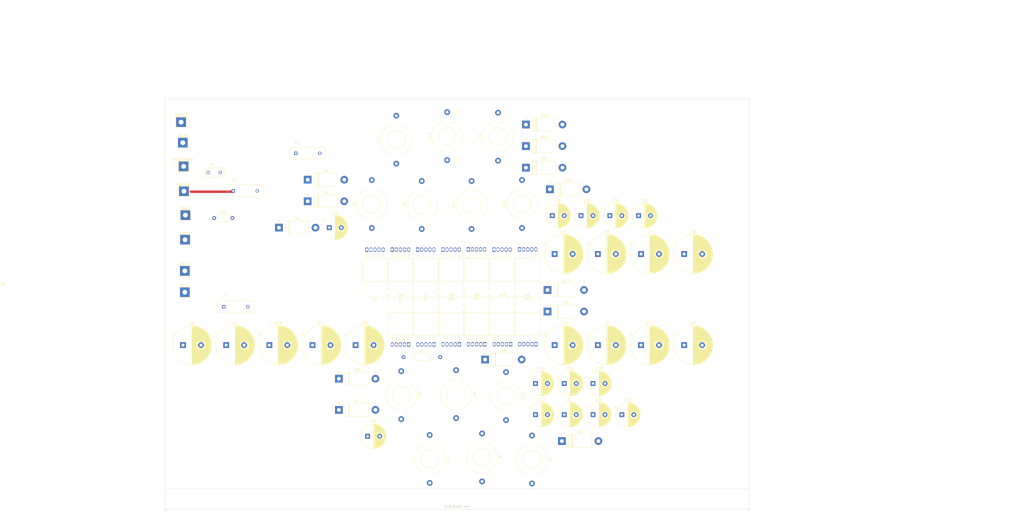
<source format=kicad_pcb>
(kicad_pcb (version 20221018) (generator pcbnew)
  (layers (0 "F.Cu" signal) (31 "B.Cu" jumper) (34 "B.Paste" user) (35 "F.Paste" user) (36 "B.SilkS" user "B.Silkscreen") (37 "F.SilkS" user "F.Silkscreen") (38 "B.Mask" user) (39 "F.Mask" user) (44 "Edge.Cuts" user))
  (net 0 "")
  (net 1 "Vin")
  (net 2 "ON{slash}OFF")
  (net 3 "V3.3")
  (net 4 "V5 STDBY")
  (net 5 "V5")
  (net 6 "V12")
  (net 7 "Net-(D1-K)")
  (net 8 "Net-(D2-K)")
  (net 9 "Net-(D3-K)")
  (net 10 "Net-(D4-K)")
  (net 11 "Net-(D5-K)")
  (net 12 "Net-(D6-K)")
  (net 13 "Net-(D7-K)")
  (net 14 "Net-(D8-K)")
  (net 15 "Net-(D9-K)")
  (net 16 "Net-(D10-K)")
  (net 17 "Net-(D11-K)")
  (net 18 "Net-(D12-K)")
  (net 19 "Net-(D13-K)")
  (net 20 "Net-(OUT3.3-Pin_1)")
  (net 21 "Net-(OUT5-Pin_1)")
  (net 22 "Net-(OUT12-Pin_1)")
  (net 23 "Net-(OUT5STDBY1-Pin_1)")
  (net 24 "Net-(SW+1-Pin_1)")
  (net 25 "GND")
  (footprint "TestPoint:TestPoint_THTPad_4.0x4.0mm_Drill2.0mm" (layer "F.Cu") (at 33.87 79.03)
    (fp_text reference "SW-1" (at 0 -2.898) (layer "F.SilkS"))
    (fp_text value "Conn_01x01")
    (pad "1" thru_hole rect (at 0 0) (size 4 4) (drill 2) (layers "*.Cu" "*.Mask") (net 2 "ON{slash}OFF"))
  )
  (footprint "Capacitor_THT:CP_Radial_D10.0mm_P5.00mm" (layer "F.Cu") (at 204 152)
    (fp_text reference "C22" (at 2.5 -6.25) (layer "F.SilkS"))
    (fp_text value "1000 uF")
    (pad "1" thru_hole rect (at 0 0) (size 2 2) (drill 1) (layers "*.Cu" "*.Mask") (net 3 "V3.3"))
    (pad "2" thru_hole circle (at 5 0) (size 2 2) (drill 1) (layers "*.Cu" "*.Mask") (net 25 "GND"))
  )
  (footprint "TestPoint:TestPoint_THTPad_4.0x4.0mm_Drill2.0mm" (layer "F.Cu") (at 32.19 30.02)
    (fp_text reference "OUT3.3" (at 0 -2.898) (layer "F.SilkS"))
    (fp_text value "Conn_01x01")
    (pad "1" thru_hole rect (at 0 0) (size 4 4) (drill 2) (layers "*.Cu" "*.Mask") (net 20 "Net-(OUT3.3-Pin_1)"))
  )
  (footprint "Package_TO_SOT_THT:TO-220-5_Horizontal_TabUp" (layer "F.Cu") (at 141.43 83.15)
    (fp_text reference "U13" (at 3.4 20.58) (layer "F.SilkS"))
    (fp_text value "LM2576T-12")
    (pad "" np_thru_hole oval (at 3.4 16.66) (size 3.5 3.5) (drill 3.5) (layers "*.Cu" "*.Mask"))
    (pad "1" thru_hole rect (at 0 0) (size 1.275 1.8) (drill 1.1) (layers "*.Cu" "*.Mask") (net 1 "Vin"))
    (pad "2" thru_hole oval (at 1.7 0) (size 1.275 1.8) (drill 1.1) (layers "*.Cu" "*.Mask") (net 19 "Net-(D13-K)"))
    (pad "3" thru_hole oval (at 3.4 0) (size 1.275 1.8) (drill 1.1) (layers "*.Cu" "*.Mask") (net 25 "GND"))
    (pad "4" thru_hole oval (at 5.1 0) (size 1.275 1.8) (drill 1.1) (layers "*.Cu" "*.Mask") (net 6 "V12"))
    (pad "5" thru_hole oval (at 6.8 0) (size 1.275 1.8) (drill 1.1) (layers "*.Cu" "*.Mask") (net 2 "ON{slash}OFF"))
  )
  (footprint "Inductor_THT:L_Toroid_Horizontal_D12.7mm_P20.00mm_Diameter14-5mm_Amidon-T50" (layer "F.Cu") (at 135.88 160.46 -90)
    (fp_text reference "L7" (at 10 -7.6 90) (layer "F.SilkS"))
    (fp_text value "100 uH")
    (pad "1" thru_hole circle (at 0 0 270) (size 2.4 2.4) (drill 1.2) (layers "*.Cu" "*.Mask") (net 13 "Net-(D7-K)"))
    (pad "2" thru_hole circle (at 20 0 270) (size 2.4 2.4) (drill 1.2) (layers "*.Cu" "*.Mask") (net 5 "V5"))
  )
  (footprint "Capacitor_THT:CP_Radial_D16.0mm_P7.50mm" (layer "F.Cu") (at 188 85)
    (fp_text reference "C21" (at 3.75 -9.25) (layer "F.SilkS"))
    (fp_text value "100 uF")
    (pad "1" thru_hole rect (at 0 0) (size 2.4 2.4) (drill 1.2) (layers "*.Cu" "*.Mask") (net 1 "Vin"))
    (pad "2" thru_hole circle (at 7.5 0) (size 2.4 2.4) (drill 1.2) (layers "*.Cu" "*.Mask") (net 25 "GND"))
  )
  (footprint "TestPoint:TestPoint_THTPad_4.0x4.0mm_Drill2.0mm" (layer "F.Cu") (at 32.91 38.57)
    (fp_text reference "OUT5" (at 0 -2.898) (layer "F.SilkS"))
    (fp_text value "Conn_01x01")
    (pad "1" thru_hole rect (at 0 0) (size 4 4) (drill 2) (layers "*.Cu" "*.Mask") (net 21 "Net-(OUT5-Pin_1)"))
  )
  (footprint "Diode_THT:D_DO-201AD_P15.24mm_Horizontal" (layer "F.Cu") (at 185 109)
    (fp_text reference "D6" (at 7.62 -3.72) (layer "F.SilkS"))
    (fp_text value "1N5822")
    (fp_text user "K" (at 0 -2.6) (layer "F.SilkS"))
    (pad "1" thru_hole rect (at 0 0) (size 3.2 3.2) (drill 1.6) (layers "*.Cu" "*.Mask") (net 12 "Net-(D6-K)"))
    (pad "2" thru_hole oval (at 15.24 0) (size 3.2 3.2) (drill 1.6) (layers "*.Cu" "*.Mask") (net 25 "GND"))
  )
  (footprint "Inductor_THT:L_Toroid_Horizontal_D12.7mm_P20.00mm_Diameter14-5mm_Amidon-T50" (layer "F.Cu") (at 164.38 46.06 90)
    (fp_text reference "L5" (at 10 -7.6 90) (layer "F.SilkS"))
    (fp_text value "100 uH")
    (pad "1" thru_hole circle (at 0 0 90) (size 2.4 2.4) (drill 1.2) (layers "*.Cu" "*.Mask") (net 11 "Net-(D5-K)"))
    (pad "2" thru_hole circle (at 20 0 90) (size 2.4 2.4) (drill 1.2) (layers "*.Cu" "*.Mask") (net 3 "V3.3"))
  )
  (footprint "Capacitor_THT:CP_Radial_D10.0mm_P5.00mm" (layer "F.Cu") (at 192 152)
    (fp_text reference "C2" (at 2.5 -6.25) (layer "F.SilkS"))
    (fp_text value "1000 uF")
    (pad "1" thru_hole rect (at 0 0) (size 2 2) (drill 1) (layers "*.Cu" "*.Mask") (net 3 "V3.3"))
    (pad "2" thru_hole circle (at 5 0) (size 2 2) (drill 1) (layers "*.Cu" "*.Mask") (net 25 "GND"))
  )
  (footprint "Capacitor_THT:CP_Radial_D10.0mm_P5.00mm" (layer "F.Cu") (at 211 69)
    (fp_text reference "C26" (at 2.5 -6.25) (layer "F.SilkS"))
    (fp_text value "1000 uF")
    (pad "1" thru_hole rect (at 0 0) (size 2 2) (drill 1) (layers "*.Cu" "*.Mask") (net 6 "V12"))
    (pad "2" thru_hole circle (at 5 0) (size 2 2) (drill 1) (layers "*.Cu" "*.Mask") (net 25 "GND"))
  )
  (footprint "Inductor_THT:L_Toroid_Horizontal_D12.7mm_P20.00mm_Diameter14-5mm_Amidon-T50" (layer "F.Cu") (at 157.72 159.85 -90)
    (fp_text reference "L8" (at 10 -7.6 90) (layer "F.SilkS"))
    (fp_text value "100 uH")
    (pad "1" thru_hole circle (at 0 0 270) (size 2.4 2.4) (drill 1.2) (layers "*.Cu" "*.Mask") (net 14 "Net-(D8-K)"))
    (pad "2" thru_hole circle (at 20 0 270) (size 2.4 2.4) (drill 1.2) (layers "*.Cu" "*.Mask") (net 6 "V12"))
  )
  (footprint "Inductor_THT:L_Toroid_Horizontal_D12.7mm_P20.00mm_Diameter14-5mm_Amidon-T50" (layer "F.Cu") (at 121.93 47.32 90)
    (fp_text reference "L2" (at 10 -7.6 90) (layer "F.SilkS"))
    (fp_text value "100 uH")
    (pad "1" thru_hole circle (at 0 0 90) (size 2.4 2.4) (drill 1.2) (layers "*.Cu" "*.Mask") (net 8 "Net-(D2-K)"))
    (pad "2" thru_hole circle (at 20 0 90) (size 2.4 2.4) (drill 1.2) (layers "*.Cu" "*.Mask") (net 4 "V5 STDBY"))
  )
  (footprint "Inductor_THT:L_Toroid_Horizontal_D12.7mm_P20.00mm_Diameter14-5mm_Amidon-T50" (layer "F.Cu") (at 167.71 134.27 -90)
    (fp_text reference "L12" (at 10 -7.6 90) (layer "F.SilkS"))
    (fp_text value "100 uH")
    (pad "1" thru_hole circle (at 0 0 270) (size 2.4 2.4) (drill 1.2) (layers "*.Cu" "*.Mask") (net 18 "Net-(D12-K)"))
    (pad "2" thru_hole circle (at 20 0 270) (size 2.4 2.4) (drill 1.2) (layers "*.Cu" "*.Mask") (net 5 "V5"))
  )
  (footprint "Inductor_THT:L_Toroid_Horizontal_D12.7mm_P20.00mm_Diameter14-5mm_Amidon-T50" (layer "F.Cu") (at 143.16 45.85 90)
    (fp_text reference "L13" (at 10 -7.6 90) (layer "F.SilkS"))
    (fp_text value "100 uH")
    (pad "1" thru_hole circle (at 0 0 90) (size 2.4 2.4) (drill 1.2) (layers "*.Cu" "*.Mask") (net 19 "Net-(D13-K)"))
    (pad "2" thru_hole circle (at 20 0 90) (size 2.4 2.4) (drill 1.2) (layers "*.Cu" "*.Mask") (net 6 "V12"))
  )
  (footprint "Capacitor_THT:CP_Radial_D10.0mm_P5.00mm" (layer "F.Cu") (at 110 161)
    (fp_text reference "C6" (at 2.5 -6.25) (layer "F.SilkS"))
    (fp_text value "1000 uF")
    (pad "1" thru_hole rect (at 0 0) (size 2 2) (drill 1) (layers "*.Cu" "*.Mask") (net 5 "V5"))
    (pad "2" thru_hole circle (at 5 0) (size 2 2) (drill 1) (layers "*.Cu" "*.Mask") (net 25 "GND"))
  )
  (footprint "Diode_THT:D_DO-201AD_P15.24mm_Horizontal" (layer "F.Cu") (at 85 54)
    (fp_text reference "D2" (at 7.62 -3.72) (layer "F.SilkS"))
    (fp_text value "1N5822")
    (fp_text user "K" (at 0 -2.6) (layer "F.SilkS"))
    (pad "1" thru_hole rect (at 0 0) (size 3.2 3.2) (drill 1.6) (layers "*.Cu" "*.Mask") (net 8 "Net-(D2-K)"))
    (pad "2" thru_hole oval (at 15.24 0) (size 3.2 3.2) (drill 1.6) (layers "*.Cu" "*.Mask") (net 25 "GND"))
  )
  (footprint "Capacitor_THT:CP_Radial_D16.0mm_P7.50mm" (layer "F.Cu") (at 224 123)
    (fp_text reference "C17" (at 3.75 -9.25) (layer "F.SilkS"))
    (fp_text value "100 uF")
    (pad "1" thru_hole rect (at 0 0) (size 2.4 2.4) (drill 1.2) (layers "*.Cu" "*.Mask") (net 1 "Vin"))
    (pad "2" thru_hole circle (at 7.5 0) (size 2.4 2.4) (drill 1.2) (layers "*.Cu" "*.Mask") (net 25 "GND"))
  )
  (footprint "Diode_THT:D_DO-201AD_P15.24mm_Horizontal" (layer "F.Cu") (at 186 58)
    (fp_text reference "D10" (at 7.62 -3.72) (layer "F.SilkS"))
    (fp_text value "1N5822")
    (fp_text user "K" (at 0 -2.6) (layer "F.SilkS"))
    (pad "1" thru_hole rect (at 0 0) (size 3.2 3.2) (drill 1.6) (layers "*.Cu" "*.Mask") (net 16 "Net-(D10-K)"))
    (pad "2" thru_hole oval (at 15.24 0) (size 3.2 3.2) (drill 1.6) (layers "*.Cu" "*.Mask") (net 25 "GND"))
  )
  (footprint "TestPoint:TestPoint_THTPad_4.0x4.0mm_Drill2.0mm" (layer "F.Cu") (at 33.75 92.03)
    (fp_text reference "IN+1" (at 0 -2.898) (layer "F.SilkS"))
    (fp_text value "Conn_01x01")
    (pad "1" thru_hole rect (at 0 0) (size 4 4) (drill 2) (layers "*.Cu" "*.Mask") (net 1 "Vin"))
  )
  (footprint "Diode_THT:D_DO-201AD_P15.24mm_Horizontal" (layer "F.Cu") (at 191 163)
    (fp_text reference "D3" (at 7.62 -3.72) (layer "F.SilkS"))
    (fp_text value "1N5822")
    (fp_text user "K" (at 0 -2.6) (layer "F.SilkS"))
    (pad "1" thru_hole rect (at 0 0) (size 3.2 3.2) (drill 1.6) (layers "*.Cu" "*.Mask") (net 9 "Net-(D3-K)"))
    (pad "2" thru_hole oval (at 15.24 0) (size 3.2 3.2) (drill 1.6) (layers "*.Cu" "*.Mask") (net 25 "GND"))
  )
  (footprint "Diode_THT:D_DO-201AD_P15.24mm_Horizontal" (layer "F.Cu") (at 176 31)
    (fp_text reference "D13" (at 7.62 -3.72) (layer "F.SilkS"))
    (fp_text value "1N5822")
    (fp_text user "K" (at 0 -2.6) (layer "F.SilkS"))
    (pad "1" thru_hole rect (at 0 0) (size 3.2 3.2) (drill 1.6) (layers "*.Cu" "*.Mask") (net 19 "Net-(D13-K)"))
    (pad "2" thru_hole oval (at 15.24 0) (size 3.2 3.2) (drill 1.6) (layers "*.Cu" "*.Mask") (net 25 "GND"))
  )
  (footprint "Inductor_THT:L_Toroid_Horizontal_D12.7mm_P20.00mm_Diameter14-5mm_Amidon-T50" (layer "F.Cu") (at 178.53 160.69 -90)
    (fp_text reference "L3" (at 10 -7.6 90) (layer "F.SilkS"))
    (fp_text value "100 uH")
    (pad "1" thru_hole circle (at 0 0 270) (size 2.4 2.4) (drill 1.2) (layers "*.Cu" "*.Mask") (net 9 "Net-(D3-K)"))
    (pad "2" thru_hole circle (at 20 0 270) (size 2.4 2.4) (drill 1.2) (layers "*.Cu" "*.Mask") (net 5 "V5"))
  )
  (footprint "Inductor_THT:L_Toroid_Horizontal_D12.7mm_P20.00mm_Diameter14-5mm_Amidon-T50" (layer "F.Cu") (at 174.37 74.15 90)
    (fp_text reference "L10" (at 10 -7.6 90) (layer "F.SilkS"))
    (fp_text value "100 uH")
    (pad "1" thru_hole circle (at 0 0 90) (size 2.4 2.4) (drill 1.2) (layers "*.Cu" "*.Mask") (net 16 "Net-(D10-K)"))
    (pad "2" thru_hole circle (at 20 0 90) (size 2.4 2.4) (drill 1.2) (layers "*.Cu" "*.Mask") (net 6 "V12"))
  )
  (footprint "Package_TO_SOT_THT:TO-220-5_Horizontal_TabUp" (layer "F.Cu") (at 158.83 122.63 180)
    (fp_text reference "U8" (at 3.4 20.58) (layer "F.SilkS"))
    (fp_text value "LM2576T-12")
    (pad "" np_thru_hole oval (at 3.4 16.66 180) (size 3.5 3.5) (drill 3.5) (layers "*.Cu" "*.Mask"))
    (pad "1" thru_hole rect (at 0 0 180) (size 1.275 1.8) (drill 1.1) (layers "*.Cu" "*.Mask") (net 1 "Vin"))
    (pad "2" thru_hole oval (at 1.7 0 180) (size 1.275 1.8) (drill 1.1) (layers "*.Cu" "*.Mask") (net 14 "Net-(D8-K)"))
    (pad "3" thru_hole oval (at 3.4 0 180) (size 1.275 1.8) (drill 1.1) (layers "*.Cu" "*.Mask") (net 25 "GND"))
    (pad "4" thru_hole oval (at 5.1 0 180) (size 1.275 1.8) (drill 1.1) (layers "*.Cu" "*.Mask") (net 6 "V12"))
    (pad "5" thru_hole oval (at 6.8 0 180) (size 1.275 1.8) (drill 1.1) (layers "*.Cu" "*.Mask") (net 2 "ON{slash}OFF"))
  )
  (footprint "Capacitor_THT:CP_Radial_D16.0mm_P7.50mm" (layer "F.Cu") (at 51 123)
    (fp_text reference "C4" (at 3.75 -9.25) (layer "F.SilkS"))
    (fp_text value "100 uF")
    (pad "1" thru_hole rect (at 0 0) (size 2.4 2.4) (drill 1.2) (layers "*.Cu" "*.Mask") (net 1 "Vin"))
    (pad "2" thru_hole circle (at 7.5 0) (size 2.4 2.4) (drill 1.2) (layers "*.Cu" "*.Mask") (net 25 "GND"))
  )
  (footprint "Resistor_THT:R_Axial_DIN0207_L6.3mm_D2.5mm_P15.24mm_Horizontal" (layer "F.Cu") (at 125 128)
    (fp_text reference "R2" (at 7.62 -2.37) (layer "F.SilkS"))
    (fp_text value "100 kOhm")
    (pad "1" thru_hole circle (at 0 0) (size 1.6 1.6) (drill 0.8) (layers "*.Cu" "*.Mask") (net 25 "GND"))
    (pad "2" thru_hole oval (at 15.24 0) (size 1.6 1.6) (drill 0.8) (layers "*.Cu" "*.Mask") (net 2 "ON{slash}OFF"))
  )
  (footprint "Diode_THT:D_DO-201AD_P15.24mm_Horizontal" (layer "F.Cu") (at 176 49)
    (fp_text reference "D5" (at 7.62 -3.72) (layer "F.SilkS"))
    (fp_text value "1N5822")
    (fp_text user "K" (at 0 -2.6) (layer "F.SilkS"))
    (pad "1" thru_hole rect (at 0 0) (size 3.2 3.2) (drill 1.6) (layers "*.Cu" "*.Mask") (net 11 "Net-(D5-K)"))
    (pad "2" thru_hole oval (at 15.24 0) (size 3.2 3.2) (drill 1.6) (layers "*.Cu" "*.Mask") (net 25 "GND"))
  )
  (footprint "Diode_THT:D_DO-201AD_P15.24mm_Horizontal" (layer "F.Cu") (at 85 63)
    (fp_text reference "D4" (at 7.62 -3.72) (layer "F.SilkS"))
    (fp_text value "1N5822")
    (fp_text user "K" (at 0 -2.6) (layer "F.SilkS"))
    (pad "1" thru_hole rect (at 0 0) (size 3.2 3.2) (drill 1.6) (layers "*.Cu" "*.Mask") (net 10 "Net-(D4-K)"))
    (pad "2" thru_hole oval (at 15.24 0) (size 3.2 3.2) (drill 1.6) (layers "*.Cu" "*.Mask") (net 25 "GND"))
  )
  (footprint "Diode_THT:D_DO-201AD_P15.24mm_Horizontal" (layer "F.Cu") (at 185 100)
    (fp_text reference "D12" (at 7.62 -3.72) (layer "F.SilkS"))
    (fp_text value "1N5822")
    (fp_text user "K" (at 0 -2.6) (layer "F.SilkS"))
    (pad "1" thru_hole rect (at 0 0) (size 3.2 3.2) (drill 1.6) (layers "*.Cu" "*.Mask") (net 18 "Net-(D12-K)"))
    (pad "2" thru_hole oval (at 15.24 0) (size 3.2 3.2) (drill 1.6) (layers "*.Cu" "*.Mask") (net 25 "GND"))
  )
  (footprint "Package_TO_SOT_THT:TO-220-5_Horizontal_TabUp" (layer "F.Cu") (at 109.69 83.19)
    (fp_text reference "U4" (at 3.4 20.58) (layer "F.SilkS"))
    (fp_text value "LM2576T-12")
    (pad "" np_thru_hole oval (at 3.4 16.66) (size 3.5 3.5) (drill 3.5) (layers "*.Cu" "*.Mask"))
    (pad "1" thru_hole rect (at 0 0) (size 1.275 1.8) (drill 1.1) (layers "*.Cu" "*.Mask") (net 1 "Vin"))
    (pad "2" thru_hole oval (at 1.7 0) (size 1.275 1.8) (drill 1.1) (layers "*.Cu" "*.Mask") (net 10 "Net-(D4-K)"))
    (pad "3" thru_hole oval (at 3.4 0) (size 1.275 1.8) (drill 1.1) (layers "*.Cu" "*.Mask") (net 25 "GND"))
    (pad "4" thru_hole oval (at 5.1 0) (size 1.275 1.8) (drill 1.1) (layers "*.Cu" "*.Mask") (net 6 "V12"))
    (pad "5" thru_hole oval (at 6.8 0) (size 1.275 1.8) (drill 1.1) (layers "*.Cu" "*.Mask") (net 2 "ON{slash}OFF"))
  )
  (footprint "Capacitor_THT:CP_Radial_D16.0mm_P7.50mm" (layer "F.Cu") (at 105 123)
    (fp_text reference "C15" (at 3.75 -9.25) (layer "F.SilkS"))
    (fp_text value "100 uF")
    (pad "1" thru_hole rect (at 0 0) (size 2.4 2.4) (drill 1.2) (layers "*.Cu" "*.Mask") (net 1 "Vin"))
    (pad "2" thru_hole circle (at 7.5 0) (size 2.4 2.4) (drill 1.2) (layers "*.Cu" "*.Mask") (net 25 "GND"))
  )
  (footprint "Capacitor_THT:CP_Radial_D16.0mm_P7.50mm" (layer "F.Cu") (at 87 123)
    (fp_text reference "C11" (at 3.75 -9.25) (layer "F.SilkS"))
    (fp_text value "100 uF")
    (pad "1" thru_hole rect (at 0 0) (size 2.4 2.4) (drill 1.2) (layers "*.Cu" "*.Mask") (net 1 "Vin"))
    (pad "2" thru_hole circle (at 7.5 0) (size 2.4 2.4) (drill 1.2) (layers "*.Cu" "*.Mask") (net 25 "GND"))
  )
  (footprint "Diode_THT:D_DO-201AD_P15.24mm_Horizontal" (layer "F.Cu") (at 159 129)
    (fp_text reference "D8" (at 7.62 -3.72) (layer "F.SilkS"))
    (fp_text value "1N5822")
    (fp_text user "K" (at 0 -2.6) (layer "F.SilkS"))
    (pad "1" thru_hole rect (at 0 0) (size 3.2 3.2) (drill 1.6) (layers "*.Cu" "*.Mask") (net 14 "Net-(D8-K)"))
    (pad "2" thru_hole oval (at 15.24 0) (size 3.2 3.2) (drill 1.6) (layers "*.Cu" "*.Mask") (net 25 "GND"))
  )
  (footprint "Capacitor_THT:CP_Radial_D16.0mm_P7.50mm" (layer "F.Cu") (at 33 123)
    (fp_text reference "C9" (at 3.75 -9.25) (layer "F.SilkS"))
    (fp_text value "100 uF")
    (pad "1" thru_hole rect (at 0 0) (size 2.4 2.4) (drill 1.2) (layers "*.Cu" "*.Mask") (net 1 "Vin"))
    (pad "2" thru_hole circle (at 7.5 0) (size 2.4 2.4) (drill 1.2) (layers "*.Cu" "*.Mask") (net 25 "GND"))
  )
  (footprint "Package_TO_SOT_THT:TO-220-5_Horizontal_TabUp" (layer "F.Cu") (at 152 83.07)
    (fp_text reference "U11" (at 3.4 20.58) (layer "F.SilkS"))
    (fp_text value "LM2576T-3.3")
    (pad "" np_thru_hole oval (at 3.4 16.66) (size 3.5 3.5) (drill 3.5) (layers "*.Cu" "*.Mask"))
    (pad "1" thru_hole rect (at 0 0) (size 1.275 1.8) (drill 1.1) (layers "*.Cu" "*.Mask") (net 1 "Vin"))
    (pad "2" thru_hole oval (at 1.7 0) (size 1.275 1.8) (drill 1.1) (layers "*.Cu" "*.Mask") (net 17 "Net-(D11-K)"))
    (pad "3" thru_hole oval (at 3.4 0) (size 1.275 1.8) (drill 1.1) (layers "*.Cu" "*.Mask") (net 25 "GND"))
    (pad "4" thru_hole oval (at 5.1 0) (size 1.275 1.8) (drill 1.1) (layers "*.Cu" "*.Mask") (net 3 "V3.3"))
    (pad "5" thru_hole oval (at 6.8 0) (size 1.275 1.8) (drill 1.1) (layers "*.Cu" "*.Mask") (net 2 "ON{slash}OFF"))
  )
  (footprint "Capacitor_THT:CP_Radial_D16.0mm_P7.50mm" (layer "F.Cu") (at 242 85)
    (fp_text reference "C25" (at 3.75 -9.25) (layer "F.SilkS"))
    (fp_text value "100 uF")
    (pad "1" thru_hole rect (at 0 0) (size 2.4 2.4) (drill 1.2) (layers "*.Cu" "*.Mask") (net 1 "Vin"))
    (pad "2" thru_hole circle (at 7.5 0) (size 2.4 2.4) (drill 1.2) (layers "*.Cu" "*.Mask") (net 25 "GND"))
  )
  (footprint "Capacitor_THT:CP_Radial_D10.0mm_P5.00mm" (layer "F.Cu") (at 223 69)
    (fp_text reference "C20" (at 2.5 -6.25) (layer "F.SilkS"))
    (fp_text value "1000 uF")
    (pad "1" thru_hole rect (at 0 0) (size 2 2) (drill 1) (layers "*.Cu" "*.Mask") (net 6 "V12"))
    (pad "2" thru_hole circle (at 5 0) (size 2 2) (drill 1) (layers "*.Cu" "*.Mask") (net 25 "GND"))
  )
  (footprint "Capacitor_THT:CP_Radial_D16.0mm_P7.50mm" (layer "F.Cu") (at 188 123)
    (fp_text reference "C13" (at 3.75 -9.25) (layer "F.SilkS"))
    (fp_text value "100 uF")
    (pad "1" thru_hole rect (at 0 0) (size 2.4 2.4) (drill 1.2) (layers "*.Cu" "*.Mask") (net 1 "Vin"))
    (pad "2" thru_hole circle (at 7.5 0) (size 2.4 2.4) (drill 1.2) (layers "*.Cu" "*.Mask") (net 25 "GND"))
  )
  (footprint "Library:CAPRB1000W55L1500T500H1900" (layer "F.Cu") (at 55 107)
    (fp_text reference "F2" (at -4.575 -4.385) (layer "F.SilkS"))
    (fp_text value "30R600")
    (pad "1" thru_hole rect (at -5 0) (size 1.358 1.358) (drill 0.85) (layers "*.Cu" "*.Mask") (net 21 "Net-(OUT5-Pin_1)"))
    (pad "2" thru_hole circle (at 5 0) (size 1.358 1.358) (drill 0.85) (layers "*.Cu" "*.Mask") (net 5 "V5"))
  )
  (footprint "Inductor_THT:L_Toroid_Horizontal_D12.7mm_P20.00mm_Diameter14-5mm_Amidon-T50" (layer "F.Cu") (at 124.02 133.85 -90)
    (fp_text reference "L9" (at 10 -7.6 90) (layer "F.SilkS"))
    (fp_text value "100 uH")
    (pad "1" thru_hole circle (at 0 0 270) (size 2.4 2.4) (drill 1.2) (layers "*.Cu" "*.Mask") (net 15 "Net-(D9-K)"))
    (pad "2" thru_hole circle (at 20 0 270) (size 2.4 2.4) (drill 1.2) (layers "*.Cu" "*.Mask") (net 5 "V5"))
  )
  (footprint "Library:FUSRR508W60L835T400H810" (layer "F.Cu") (at 46 51)
    (fp_text reference "F4" (at -0.825 -3.135) (layer "F.SilkS"))
    (fp_text value "30R160")
    (pad "1" thru_hole circle (at -2.54 0) (size 1.35 1.35) (drill 0.9) (layers "*.Cu" "*.Mask") (net 23 "Net-(OUT5STDBY1-Pin_1)"))
    (pad "2" thru_hole circle (at 2.54 0) (size 1.35 1.35) (drill 0.9) (layers "*.Cu" "*.Mask") (net 4 "V5 STDBY"))
  )
  (footprint "Capacitor_THT:CP_Radial_D10.0mm_P5.00mm" (layer "F.Cu") (at 187 69)
    (fp_text reference "C8" (at 2.5 -6.25) (layer "F.SilkS"))
    (fp_text value "1000 uF")
    (pad "1" thru_hole rect (at 0 0) (size 2 2) (drill 1) (layers "*.Cu" "*.Mask") (net 6 "V12"))
    (pad "2" thru_hole circle (at 5 0) (size 2 2) (drill 1) (layers "*.Cu" "*.Mask") (net 25 "GND"))
  )
  (footprint "Capacitor_THT:CP_Radial_D10.0mm_P5.00mm" (layer "F.Cu") (at 199 69)
    (fp_text reference "C16" (at 2.5 -6.25) (layer "F.SilkS"))
    (fp_text value "1000 uF")
    (pad "1" thru_hole rect (at 0 0) (size 2 2) (drill 1) (layers "*.Cu" "*.Mask") (net 6 "V12"))
    (pad "2" thru_hole circle (at 5 0) (size 2 2) (drill 1) (layers "*.Cu" "*.Mask") (net 25 "GND"))
  )
  (footprint "Inductor_THT:L_Toroid_Horizontal_D12.7mm_P20.00mm_Diameter14-5mm_Amidon-T50" (layer "F.Cu") (at 146.9 133.42 -90)
    (fp_text reference "L6" (at 10 -7.6 90) (layer "F.SilkS"))
    (fp_text value "100 uH")
    (pad "1" thru_hole circle (at 0 0 270) (size 2.4 2.4) (drill 1.2) (layers "*.Cu" "*.Mask") (net 12 "Net-(D6-K)"))
    (pad "2" thru_hole circle (at 20 0 270) (size 2.4 2.4) (drill 1.2) (layers "*.Cu" "*.Mask") (net 3 "V3.3"))
  )
  (footprint "Capacitor_THT:CP_Radial_D16.0mm_P7.50mm" (layer "F.Cu") (at 206 123)
    (fp_text reference "C1" (at 3.75 -9.25) (layer "F.SilkS"))
    (fp_text value "100 uF")
    (pad "1" thru_hole rect (at 0 0) (size 2.4 2.4) (drill 1.2) (layers "*.Cu" "*.Mask") (net 1 "Vin"))
    (pad "2" thru_hole circle (at 7.5 0) (size 2.4 2.4) (drill 1.2) (layers "*.Cu" "*.Mask") (net 25 "GND"))
  )
  (footprint "Capacitor_THT:CP_Radial_D16.0mm_P7.50mm" (layer "F.Cu") (at 69 123)
    (fp_text reference "C19" (at 3.75 -9.25) (layer "F.SilkS"))
    (fp_text value "100 uF")
    (pad "1" thru_hole rect (at 0 0) (size 2.4 2.4) (drill 1.2) (layers "*.Cu" "*.Mask") (net 1 "Vin"))
    (pad "2" thru_hole circle (at 7.5 0) (size 2.4 2.4) (drill 1.2) (layers "*.Cu" "*.Mask") (net 25 "GND"))
  )
  (footprint "Package_TO_SOT_THT:TO-220-5_Horizontal_TabUp" (layer "F.Cu") (at 130.83 83.15)
    (fp_text reference "U1" (at 3.4 20.58) (layer "F.SilkS"))
    (fp_text value "LM2576T-3.3")
    (pad "" np_thru_hole oval (at 3.4 16.66) (size 3.5 3.5) (drill 3.5) (layers "*.Cu" "*.Mask"))
    (pad "1" thru_hole rect (at 0 0) (size 1.275 1.8) (drill 1.1) (layers "*.Cu" "*.Mask") (net 1 "Vin"))
    (pad "2" thru_hole oval (at 1.7 0) (size 1.275 1.8) (drill 1.1) (layers "*.Cu" "*.Mask") (net 7 "Net-(D1-K)"))
    (pad "3" thru_hole oval (at 3.4 0) (size 1.275 1.8) (drill 1.1) (layers "*.Cu" "*.Mask") (net 25 "GND"))
    (pad "4" thru_hole oval (at 5.1 0) (size 1.275 1.8) (drill 1.1) (layers "*.Cu" "*.Mask") (net 3 "V3.3"))
    (pad "5" thru_hole oval (at 6.8 0) (size 1.275 1.8) (drill 1.1) (layers "*.Cu" "*.Mask") (net 2 "ON{slash}OFF"))
  )
  (footprint "Capacitor_THT:CP_Radial_D10.0mm_P5.00mm" (layer "F.Cu") (at 216 152)
    (fp_text reference "C10" (at 2.5 -6.25) (layer "F.SilkS"))
    (fp_text value "1000 uF")
    (pad "1" thru_hole rect (at 0 0) (size 2 2) (drill 1) (layers "*.Cu" "*.Mask") (net 3 "V3.3"))
    (pad "2" thru_hole circle (at 5 0) (size 2 2) (drill 1) (layers "*.Cu" "*.Mask") (net 25 "GND"))
  )
  (footprint "Resistor_THT:R_Axial_DIN0207_L6.3mm_D2.5mm_P7.62mm_Horizontal" (layer "F.Cu") (at 46 70)
    (fp_text reference "R1" (at 3.81 -2.37) (layer "F.SilkS"))
    (fp_text value "10 kOhm")
    (pad "1" thru_hole circle (at 0 0) (size 1.6 1.6) (drill 0.8) (layers "*.Cu" "*.Mask") (net 24 "Net-(SW+1-Pin_1)"))
    (pad "2" thru_hole oval (at 7.62 0) (size 1.6 1.6) (drill 0.8) (layers "*.Cu" "*.Mask") (net 4 "V5 STDBY"))
  )
  (footprint "Capacitor_THT:CP_Radial_D10.0mm_P5.00mm" (layer "F.Cu") (at 192 139)
    (fp_text reference "C14" (at 2.5 -6.25) (layer "F.SilkS"))
    (fp_text value "1000 uF")
    (pad "1" thru_hole rect (at 0 0) (size 2 2) (drill 1) (layers "*.Cu" "*.Mask") (net 5 "V5"))
    (pad "2" thru_hole circle (at 5 0) (size 2 2) (drill 1) (layers "*.Cu" "*.Mask") (net 25 "GND"))
  )
  (footprint "Diode_THT:D_DO-201AD_P15.24mm_Horizontal" (layer "F.Cu") (at 73 74)
    (fp_text reference "D1" (at 7.62 -3.72) (layer "F.SilkS"))
    (fp_text value "1N5822")
    (fp_text user "K" (at 0 -2.6) (layer "F.SilkS"))
    (pad "1" thru_hole rect (at 0 0) (size 3.2 3.2) (drill 1.6) (layers "*.Cu" "*.Mask") (net 7 "Net-(D1-K)"))
    (pad "2" thru_hole oval (at 15.24 0) (size 3.2 3.2) (drill 1.6) (layers "*.Cu" "*.Mask") (net 25 "GND"))
  )
  (footprint "Package_TO_SOT_THT:TO-220-5_Horizontal_TabUp" (layer "F.Cu") (at 180.16 122.59 180)
    (fp_text reference "U3" (at 3.4 20.58) (layer "F.SilkS"))
    (fp_text value "LM2576T-5")
    (pad "" np_thru_hole oval (at 3.4 16.66 180) (size 3.5 3.5) (drill 3.5) (layers "*.Cu" "*.Mask"))
    (pad "1" thru_hole rect (at 0 0 180) (size 1.275 1.8) (drill 1.1) (layers "*.Cu" "*.Mask") (net 1 "Vin"))
    (pad "2" thru_hole oval (at 1.7 0 180) (size 1.275 1.8) (drill 1.1) (layers "*.Cu" "*.Mask") (net 9 "Net-(D3-K)"))
    (pad "3" thru_hole oval (at 3.4 0 180) (size 1.275 1.8) (drill 1.1) (layers "*.Cu" "*.Mask") (net 25 "GND"))
    (pad "4" thru_hole oval (at 5.1 0 180) (size 1.275 1.8) (drill 1.1) (layers "*.Cu" "*.Mask") (net 5 "V5"))
    (pad "5" thru_hole oval (at 6.8 0 180) (size 1.275 1.8) (drill 1.1) (layers "*.Cu" "*.Mask") (net 2 "ON{slash}OFF"))
  )
  (footprint "Capacitor_THT:CP_Radial_D10.0mm_P5.00mm" (layer "F.Cu") (at 94 74)
    (fp_text reference "C3" (at 2.5 -6.25) (layer "F.SilkS"))
    (fp_text value "1000 uF")
    (pad "1" thru_hole rect (at 0 0) (size 2 2) (drill 1) (layers "*.Cu" "*.Mask") (net 4 "V5 STDBY"))
    (pad "2" thru_hole circle (at 5 0) (size 2 2) (drill 1) (layers "*.Cu" "*.Mask") (net 25 "GND"))
  )
  (footprint "TestPoint:TestPoint_THTPad_4.0x4.0mm_Drill2.0mm" (layer "F.Cu") (at 33.27 48.44)
    (fp_text reference "OUT5STDBY1" (at 0 -2.898) (layer "F.SilkS"))
    (fp_text value "Conn_01x01")
    (pad "1" thru_hole rect (at 0 0) (size 4 4) (drill 2) (layers "*.Cu" "*.Mask") (net 23 "Net-(OUT5STDBY1-Pin_1)"))
  )
  (footprint "Capacitor_THT:CP_Radial_D10.0mm_P5.00mm" (layer "F.Cu") (at 204 139)
    (fp_text reference "C18" (at 2.5 -6.25) (layer "F.SilkS"))
    (fp_text value "1000 uF")
    (pad "1" thru_hole rect (at 0 0) (size 2 2) (drill 1) (layers "*.Cu" "*.Mask") (net 5 "V5"))
    (pad "2" thru_hole circle (at 5 0) (size 2 2) (drill 1) (layers "*.Cu" "*.Mask") (net 25 "GND"))
  )
  (footprint "Inductor_THT:L_Toroid_Horizontal_D12.7mm_P20.00mm_Diameter14-5mm_Amidon-T50" (layer "F.Cu") (at 132.55 74.56 90)
    (fp_text reference "L1" (at 10 -7.6 90) (layer "F.SilkS"))
    (fp_text value "100 uH")
    (pad "1" thru_hole circle (at 0 0 90) (size 2.4 2.4) (drill 1.2) (layers "*.Cu" "*.Mask") (net 7 "Net-(D1-K)"))
    (pad "2" thru_hole circle (at 20 0 90) (size 2.4 2.4) (drill 1.2) (layers "*.Cu" "*.Mask") (net 3 "V3.3"))
  )
  (footprint "Inductor_THT:L_Toroid_Horizontal_D12.7mm_P20.00mm_Diameter14-5mm_Amidon-T50" (layer "F.Cu") (at 111.74 74.16 90)
    (fp_text reference "L4" (at 10 -7.6 90) (layer "F.SilkS"))
    (fp_text value "100 uH")
    (pad "1" thru_hole circle (at 0 0 90) (size 2.4 2.4) (drill 1.2) (layers "*.Cu" "*.Mask") (net 10 "Net-(D4-K)"))
    (pad "2" thru_hole circle (at 20 0 90) (size 2.4 2.4) (drill 1.2) (layers "*.Cu" "*.Mask") (net 6 "V12"))
  )
  (footprint "Package_TO_SOT_THT:TO-220-5_Horizontal_TabUp" (layer "F.Cu") (at 173.32 83.07)
    (fp_text reference "U10" (at 3.4 20.58) (layer "F.SilkS"))
    (fp_text value "LM2576T-12")
    (pad "" np_thru_hole oval (at 3.4 16.66) (size 3.5 3.5) (drill 3.5) (layers "*.Cu" "*.Mask"))
    (pad "1" thru_hole rect (at 0 0) (size 1.275 1.8) (drill 1.1) (layers "*.Cu" "*.Mask") (net 1 "Vin"))
    (pad "2" thru_hole oval (at 1.7 0) (size 1.275 1.8) (drill 1.1) (layers "*.Cu" "*.Mask") (net 16 "Net-(D10-K)"))
    (pad "3" thru_hole oval (at 3.4 0) (size 1.275 1.8) (drill 1.1) (layers "*.Cu" "*.Mask") (net 25 "GND"))
    (pad "4" thru_hole oval (at 5.1 0) (size 1.275 1.8) (drill 1.1) (layers "*.Cu" "*.Mask") (net 6 "V12"))
    (pad "5" thru_hole oval (at 6.8 0) (size 1.275 1.8) (drill 1.1) (layers "*.Cu" "*.Mask") (net 2 "ON{slash}OFF"))
  )
  (footprint "Diode_THT:D_DO-201AD_P15.24mm_Horizontal" (layer "F.Cu") (at 98 150)
    (fp_text reference "D7" (at 7.62 -3.72) (layer "F.SilkS"))
    (fp_text value "1N5822")
    (fp_text user "K" (at 0 -2.6) (layer "F.SilkS"))
    (pad "1" thru_hole rect (at 0 0) (size 3.2 3.2) (drill 1.6) (layers "*.Cu" "*.Mask") (net 13 "Net-(D7-K)"))
    (pad "2" thru_hole oval (at 15.24 0) (size 3.2 3.2) (drill 1.6) (layers "*.Cu" "*.Mask") (net 25 "GND"))
  )
  (footprint "TestPoint:TestPoint_THTPad_4.0x4.0mm_Drill2.0mm" (layer "F.Cu") (at 33.99 68.79)
    (fp_text reference "SW+1" (at 0 -2.898) (layer "F.SilkS"))
    (fp_text value "Conn_01x01")
    (pad "1" thru_hole rect (at 0 0) (size 4 4) (drill 2) (layers "*.Cu" "*.Mask") (net 24 "Net-(SW+1-Pin_1)"))
  )
  (footprint "Package_TO_SOT_THT:TO-220-5_Horizontal_TabUp" (layer "F.Cu") (at 169.62 122.59 180)
    (fp_text reference "U12" (at 3.4 20.58) (layer "F.SilkS"))
    (fp_text value "LM2576T-5")
    (pad "" np_thru_hole oval (at 3.4 16.66 180) (size 3.5 3.5) (drill 3.5) (layers "*.Cu" "*.Mask"))
    (pad "1" thru_hole rect (at 0 0 180) (size 1.275 1.8) (drill 1.1) (layers "*.Cu" "*.Mask") (net 1 "Vin"))
    (pad "2" thru_hole oval (at 1.7 0 180) (size 1.275 1.8) (drill 1.1) (layers "*.Cu" "*.Mask") (net 18 "Net-(D12-K)"))
    (pad "3" thru_hole oval (at 3.4 0 180) (size 1.275 1.8) (drill 1.1) (layers "*.Cu" "*.Mask") (net 25 "GND"))
    (pad "4" thru_hole oval (at 5.1 0 180) (size 1.275 1.8) (drill 1.1) (layers "*.Cu" "*.Mask") (net 5 "V5"))
    (pad "5" thru_hole oval (at 6.8 0 180) (size 1.275 1.8) (drill 1.1) (layers "*.Cu" "*.Mask") (net 2 "ON{slash}OFF"))
  )
  (footprint "Capacitor_THT:CP_Radial_D16.0mm_P7.50mm" (layer "F.Cu") (at 242 123)
    (fp_text reference "C23" (at 3.75 -9.25) (layer "F.SilkS"))
    (fp_text value "100 uF")
    (pad "1" thru_hole rect (at 0 0) (size 2.4 2.4) (drill 1.2) (layers "*.Cu" "*.Mask") (net 1 "Vin"))
    (pad "2" thru_hole circle (at 7.5 0) (size 2.4 2.4) (drill 1.2) (layers "*.Cu" "*.Mask") (net 25 "GND"))
  )
  (footprint "Package_TO_SOT_THT:TO-220-5_Horizontal_TabUp" (layer "F.Cu") (at 120.3 83.15)
    (fp_text reference "U2" (at 3.4 20.58) (layer "F.SilkS"))
    (fp_text value "LM2576T-5")
    (pad "" np_thru_hole oval (at 3.4 16.66) (size 3.5 3.5) (drill 3.5) (layers "*.Cu" "*.Mask"))
    (pad "1" thru_hole rect (at 0 0) (size 1.275 1.8) (drill 1.1) (layers "*.Cu" "*.Mask") (net 1 "Vin"))
    (pad "2" thru_hole oval (at 1.7 0) (size 1.275 1.8) (drill 1.1) (layers "*.Cu" "*.Mask") (net 8 "Net-(D2-K)"))
    (pad "3" thru_hole oval (at 3.4 0) (size 1.275 1.8) (drill 1.1) (layers "*.Cu" "*.Mask") (net 25 "GND"))
    (pad "4" thru_hole oval (at 5.1 0) (size 1.275 1.8) (drill 1.1) (layers "*.Cu" "*.Mask") (net 4 "V5 STDBY"))
    (pad "5" thru_hole oval (at 6.8 0) (size 1.275 1.8) (drill 1.1) (layers "*.Cu" "*.Mask") (net 25 "GND"))
  )
  (footprint "TestPoint:TestPoint_THTPad_4.0x4.0mm_Drill2.0mm" (layer "F.Cu") (at 33.75 100.94)
    (fp_text reference "IN-1" (at 0 -2.898) (layer "F.SilkS"))
    (fp_text value "Conn_01x01")
    (pad "1" thru_hole rect (at 0 0) (size 4 4) (drill 2) (layers "*.Cu" "*.Mask") (net 25 "GND"))
  )
  (footprint "Package_TO_SOT_THT:TO-220-5_Horizontal_TabUp" (layer "F.Cu") (at 127.07 122.71 180)
    (fp_text reference "U9" (at 3.4 20.58) (layer "F.SilkS"))
    (fp_text value "LM2576T-5")
    (pad "" np_thru_hole oval (at 3.4 16.66 180) (size 3.5 3.5) (drill 3.5) (layers "*.Cu" "*.Mask"))
    (pad "1" thru_hole rect (at 0 0 180) (size 1.275 1.8) (drill 1.1) (layers "*.Cu" "*.Mask") (net 1 "Vin"))
    (pad "2" thru_hole oval (at 1.7 0 180) (size 1.275 1.8) (drill 1.1) (layers "*.Cu" "*.Mask") (net 15 "Net-(D9-K)"))
    (pad "3" thru_hole oval (at 3.4 0 180) (size 1.275 1.8) (drill 1.1) (layers "*.Cu" "*.Mask") (net 25 "GND"))
    (pad "4" thru_hole oval (at 5.1 0 180) (size 1.275 1.8) (drill 1.1) (layers "*.Cu" "*.Mask") (net 5 "V5"))
    (pad "5" thru_hole oval (at 6.8 0 180) (size 1.275 1.8) (drill 1.1) (layers "*.Cu" "*.Mask") (net 2 "ON{slash}OFF"))
  )
  (footprint "Capacitor_THT:CP_Radial_D16.0mm_P7.50mm" (layer "F.Cu") (at 224 85)
    (fp_text reference "C7" (at 3.75 -9.25) (layer "F.SilkS"))
    (fp_text value "100 uF")
    (pad "1" thru_hole rect (at 0 0) (size 2.4 2.4) (drill 1.2) (layers "*.Cu" "*.Mask") (net 1 "Vin"))
    (pad "2" thru_hole circle (at 7.5 0) (size 2.4 2.4) (drill 1.2) (layers "*.Cu" "*.Mask") (net 25 "GND"))
  )
  (footprint "Library:CAPRB1000W55L1500T500H1900" (layer "F.Cu") (at 85 43)
    (fp_text reference "F1" (at -4.575 -4.385) (layer "F.SilkS"))
    (fp_text value "30R600")
    (pad "1" thru_hole rect (at -5 0) (size 1.358 1.358) (drill 0.85) (layers "*.Cu" "*.Mask") (net 20 "Net-(OUT3.3-Pin_1)"))
    (pad "2" thru_hole circle (at 5 0) (size 1.358 1.358) (drill 0.85) (layers "*.Cu" "*.Mask") (net 3 "V3.3"))
  )
  (footprint "Package_TO_SOT_THT:TO-220-5_Horizontal_TabUp" (layer "F.Cu") (at 137.67 122.71 180)
    (fp_text reference "U7" (at 3.4 20.58) (layer "F.SilkS"))
    (fp_text value "LM2576T-5")
    (pad "" np_thru_hole oval (at 3.4 16.66 180) (size 3.5 3.5) (drill 3.5) (layers "*.Cu" "*.Mask"))
    (pad "1" thru_hole rect (at 0 0 180) (size 1.275 1.8) (drill 1.1) (layers "*.Cu" "*.Mask") (net 1 "Vin"))
    (pad "2" thru_hole oval (at 1.7 0 180) (size 1.275 1.8) (drill 1.1) (layers "*.Cu" "*.Mask") (net 13 "Net-(D7-K)"))
    (pad "3" thru_hole oval (at 3.4 0 180) (size 1.275 1.8) (drill 1.1) (layers "*.Cu" "*.Mask") (net 25 "GND"))
    (pad "4" thru_hole oval (at 5.1 0 180) (size 1.275 1.8) (drill 1.1) (layers "*.Cu" "*.Mask") (net 5 "V5"))
    (pad "5" thru_hole oval (at 6.8 0 180) (size 1.275 1.8) (drill 1.1) (layers "*.Cu" "*.Mask") (net 2 "ON{slash}OFF"))
  )
  (footprint "Inductor_THT:L_Toroid_Horizontal_D12.7mm_P20.00mm_Diameter14-5mm_Amidon-T50" (layer "F.Cu") (at 153.35 74.55 90)
    (fp_text reference "L11" (at 10 -7.6 90) (layer "F.SilkS"))
    (fp_text value "100 uH")
    (pad "1" thru_hole circle (at 0 0 90) (size 2.4 2.4) (drill 1.2) (layers "*.Cu" "*.Mask") (net 17 "Net-(D11-K)"))
    (pad "2" thru_hole circle (at 20 0 90) (size 2.4 2.4) (drill 1.2) (layers "*.Cu" "*.Mask") (net 3 "V3.3"))
  )
  (footprint "Diode_THT:D_DO-201AD_P15.24mm_Horizontal" (layer "F.Cu") (at 176 40)
    (fp_text reference "D11" (at 7.62 -3.72) (layer "F.SilkS"))
    (fp_text value "1N5822")
    (fp_text user "K" (at 0 -2.6) (layer "F.SilkS"))
    (pad "1" thru_hole rect (at 0 0) (size 3.2 3.2) (drill 1.6) (layers "*.Cu" "*.Mask") (net 17 "Net-(D11-K)"))
    (pad "2" thru_hole oval (at 15.24 0) (size 3.2 3.2) (drill 1.6) (layers "*.Cu" "*.Mask") (net 25 "GND"))
  )
  (footprint "Diode_THT:D_DO-201AD_P15.24mm_Horizontal" (layer "F.Cu") (at 98 137)
    (fp_text reference "D9" (at 7.62 -3.72) (layer "F.SilkS"))
    (fp_text value "1N5822")
    (fp_text user "K" (at 0 -2.6) (layer "F.SilkS"))
    (pad "1" thru_hole rect (at 0 0) (size 3.2 3.2) (drill 1.6) (layers "*.Cu" "*.Mask") (net 15 "Net-(D9-K)"))
    (pad "2" thru_hole oval (at 15.24 0) (size 3.2 3.2) (drill 1.6) (layers "*.Cu" "*.Mask") (net 25 "GND"))
  )
  (footprint "Capacitor_THT:CP_Radial_D10.0mm_P5.00mm" (layer "F.Cu") (at 180 139)
    (fp_text reference "C24" (at 2.5 -6.25) (layer "F.SilkS"))
    (fp_text value "1000 uF")
    (pad "1" thru_hole rect (at 0 0) (size 2 2) (drill 1) (layers "*.Cu" "*.Mask") (net 5 "V5"))
    (pad "2" thru_hole circle (at 5 0) (size 2 2) (drill 1) (layers "*.Cu" "*.Mask") (net 25 "GND"))
  )
  (footprint "Library:CAPRB1000W55L1500T500H1900" (layer "F.Cu") (at 58.95 58.68)
    (fp_text reference "F3" (at -4.575 -4.385) (layer "F.SilkS"))
    (fp_text value "30R600")
    (pad "1" thru_hole rect (at -5 0) (size 1.358 1.358) (drill 0.85) (layers "*.Cu" "*.Mask") (net 22 "Net-(OUT12-Pin_1)"))
    (pad "2" thru_hole circle (at 5 0) (size 1.358 1.358) (drill 0.85) (layers "*.Cu" "*.Mask") (net 6 "V12"))
  )
  (footprint "Capacitor_THT:CP_Radial_D10.0mm_P5.00mm" (layer "F.Cu") (at 180 152)
    (fp_text reference "C12" (at 2.5 -6.25) (layer "F.SilkS"))
    (fp_text value "1000 uF")
    (pad "1" thru_hole rect (at 0 0) (size 2 2) (drill 1) (layers "*.Cu" "*.Mask") (net 3 "V3.3"))
    (pad "2" thru_hole circle (at 5 0) (size 2 2) (drill 1) (layers "*.Cu" "*.Mask") (net 25 "GND"))
  )
  (footprint "Package_TO_SOT_THT:TO-220-5_Horizontal_TabUp" (layer "F.Cu") (at 148.24 122.67 180)
    (fp_text reference "U6" (at 3.4 20.58) (layer "F.SilkS"))
    (fp_text value "LM2576T-3.3")
    (pad "" np_thru_hole oval (at 3.4 16.66 180) (size 3.5 3.5) (drill 3.5) (layers "*.Cu" "*.Mask"))
    (pad "1" thru_hole rect (at 0 0 180) (size 1.275 1.8) (drill 1.1) (layers "*.Cu" "*.Mask") (net 1 "Vin"))
    (pad "2" thru_hole oval (at 1.7 0 180) (size 1.275 1.8) (drill 1.1) (layers "*.Cu" "*.Mask") (net 12 "Net-(D6-K)"))
    (pad "3" thru_hole oval (at 3.4 0 180) (size 1.275 1.8) (drill 1.1) (layers "*.Cu" "*.Mask") (net 25 "GND"))
    (pad "4" thru_hole oval (at 5.1 0 180) (size 1.275 1.8) (drill 1.1) (layers "*.Cu" "*.Mask") (net 3 "V3.3"))
    (pad "5" thru_hole oval (at 6.8 0 180) (size 1.275 1.8) (drill 1.1) (layers "*.Cu" "*.Mask") (net 2 "ON{slash}OFF"))
  )
  (footprint "TestPoint:TestPoint_THTPad_4.0x4.0mm_Drill2.0mm" (layer "F.Cu") (at 33.39 58.82)
    (fp_text reference "OUT12" (at 0 -2.898) (layer "F.SilkS"))
    (fp_text value "Conn_01x01")
    (pad "1" thru_hole rect (at 0 0) (size 4 4) (drill 2) (layers "*.Cu" "*.Mask"))
  )
  (footprint "Package_TO_SOT_THT:TO-220-5_Horizontal_TabUp" (layer "F.Cu") (at 162.68 83.15)
    (fp_text reference "U5" (at -204.88 14.42) (layer "F.SilkS"))
    (fp_text value "LM2576T-3.3")
    (pad "" np_thru_hole oval (at 3.4 16.66) (size 3.5 3.5) (drill 3.5) (layers "*.Cu" "*.Mask"))
    (pad "1" thru_hole rect (at 0 0) (size 1.275 1.8) (drill 1.1) (layers "*.Cu" "*.Mask") (net 1 "Vin"))
    (pad "2" thru_hole oval (at 1.7 0) (size 1.275 1.8) (drill 1.1) (layers "*.Cu" "*.Mask") (net 11 "Net-(D5-K)"))
    (pad "3" thru_hole oval (at 3.4 0) (size 1.275 1.8) (drill 1.1) (layers "*.Cu" "*.Mask") (net 25 "GND"))
    (pad "4" thru_hole oval (at 5.1 0) (size 1.275 1.8) (drill 1.1) (layers "*.Cu" "*.Mask") (net 3 "V3.3"))
    (pad "5" thru_hole oval (at 6.8 0) (size 1.275 1.8) (drill 1.1) (layers "*.Cu" "*.Mask") (net 2 "ON{slash}OFF"))
  )
  (footprint "Capacitor_THT:CP_Radial_D16.0mm_P7.50mm" (layer "F.Cu") (at 206 85)
    (fp_text reference "C5" (at 3.75 -9.25) (layer "F.SilkS"))
    (fp_text value "100 uF")
    (pad "1" thru_hole rect (at 0 0) (size 2.4 2.4) (drill 1.2) (layers "*.Cu" "*.Mask") (net 1 "Vin"))
    (pad "2" thru_hole circle (at 7.5 0) (size 2.4 2.4) (drill 1.2) (layers "*.Cu" "*.Mask") (net 25 "GND"))
  )
  (gr_rect (start 25.4 20.32) (end 269.24 182.88) (stroke (width 0.1)) (fill none) (layer "Edge.Cuts"))
  (dimension (type aligned) (layer "Edge.Cuts") (pts (xy 269.24 182.88) (xy 25.4 182.88)) (height -8.61) (gr_text "243.8400 mm" (at 147.32 190.34) (layer "Edge.Cuts") (effects (font (size 1 1) (thickness 0.15)))) (format (prefix "") (suffix "") (units 3) (units_format 1) (precision 4)) (style (thickness 0.1) (arrow_length 1.27) (text_position_mode 0) (extension_height 0.58642) (extension_offset 0.5) keep_text_aligned))
  (segment (start 36.21 58.94) (end 36.274 59.004) (width 0.25) (layer "F.Cu") (net 22))
  (segment (start 36.274 59.004) (end 40.064 59.004) (width 1) (layer "F.Cu") (net 22))
  (segment (start 40.196 59.004) (end 54 59.004) (width 1) (layer "F.Cu") (net 22))
  (segment (start 40.13 59.07) (end 40.196 59.004) (width 1) (layer "F.Cu") (net 22))
  (segment (start 40.064 59.004) (end 40.13 59.07) (width 1) (layer "F.Cu") (net 22))
)
</source>
